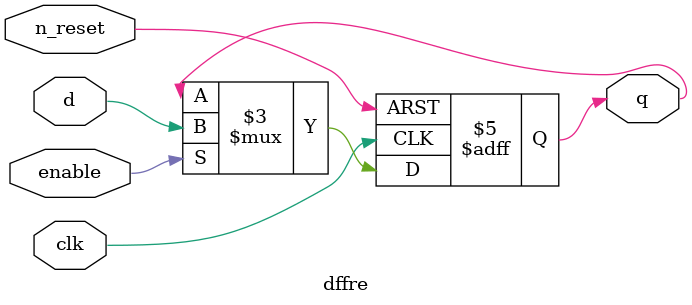
<source format=sv>

module dffre (output logic q,
               input logic d, clk, enable, n_reset);

always_ff @(posedge clk,
            negedge n_reset)
    if (!n_reset)
        q <= '0;
    else if (enable)
        q <= d;
endmodule
</source>
